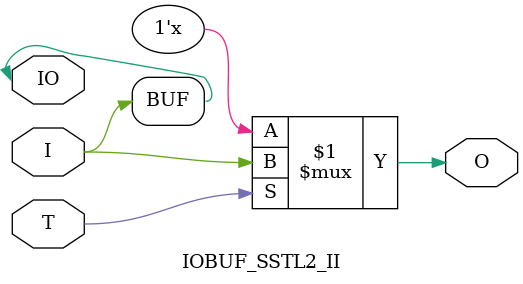
<source format=v>
`include"define.v"
module IOBUF_SSTL2_II (I, IO, O, T);

input I;
inout IO;
output O;
input T;

wire O, IO, I, T;

assign O = T ? IO : 1'bz;
assign   IO = I;

endmodule

</source>
